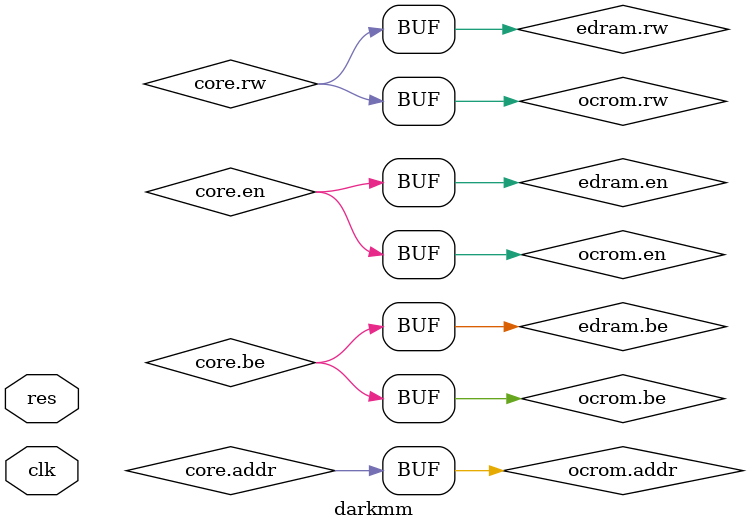
<source format=sv>
/*
 * Copyright (c) 2021, Joan Vinyals Ylla-Catala
 * All rights reserved.
 * 
 * Redistribution and use in source and binary forms, with or without
 * modification, are permitted provided that the following conditions are met:
 * 
 * * Redistributions of source code must retain the above copyright notice, this
 *   list of conditions and the following disclaimer.
 * 
 * * Redistributions in binary form must reproduce the above copyright notice,
 *   this list of conditions and the following disclaimer in the documentation
 *   and/or other materials provided with the distribution.
 * 
 * * Neither the name of the copyright holder nor the names of its
 *   contributors may be used to endorse or promote products derived from
 *   this software without specific prior written permission.
 * 
 * THIS SOFTWARE IS PROVIDED BY THE COPYRIGHT HOLDERS AND CONTRIBUTORS "AS IS"
 * AND ANY EXPRESS OR IMPLIED WARRANTIES, INCLUDING, BUT NOT LIMITED TO, THE
 * IMPLIED WARRANTIES OF MERCHANTABILITY AND FITNESS FOR A PARTICULAR PURPOSE ARE
 * DISCLAIMED. IN NO EVENT SHALL THE COPYRIGHT HOLDER OR CONTRIBUTORS BE LIABLE
 * FOR ANY DIRECT, INDIRECT, INCIDENTAL, SPECIAL, EXEMPLARY, OR CONSEQUENTIAL
 * DAMAGES (INCLUDING, BUT NOT LIMITED TO, PROCUREMENT OF SUBSTITUTE GOODS OR
 * SERVICES; LOSS OF USE, DATA, OR PROFITS; OR BUSINESS INTERRUPTION) HOWEVER
 * CAUSED AND ON ANY THEORY OF LIABILITY, WHETHER IN CONTRACT, STRICT LIABILITY,
 * OR TORT (INCLUDING NEGLIGENCE OR OTHERWISE) ARISING IN ANY WAY OUT OF THE USE
 * OF THIS SOFTWARE, EVEN IF ADVISED OF THE POSSIBILITY OF SUCH DAMAGE. 
 */

module darkmm
(
  input         clk,
  input         res,

  darkbus.cons core
  
  `ifdef _EXTERNAL_RAM_
    ,darkaxi.Master  edram_o
  `endif
  `ifdef _EXTERNAL_flash_
    ,darkaxi.Master  flash_o
  `endif 

);

  darkbus ocrom();
//  darkbus flash();
  darkbus edram();

  assign ocrom.en = core.en;
//  assign flash.en = core.en;
  assign edram.en = core.en;
                
  assign ocrom.rw = core.rw;
//  assign flash.rw = core.rw;
  assign edram.rw = core.rw;
  
  assign ocrom.be = core.be;
//  assign flash.be = core.be;
  assign edram.be = core.be;
  
  assign  ocrom.en = core.en && core.addr >= 32'h0000_0000 && 32'h2000_0000 >  core.addr;
//  assign  flash.en = core.en && core.addr >= 32'h2000_0000 && 32'h4000_0000 >  core.addr;
  assign  edram.en = core.en && core.addr >= 32'h4000_0000 && 32'hFFFF_FFFF >= core.addr;
   
  assign  ocrom.addr = core.addr;
//  assign  flash.addr = core.addr - 32'h2000_0000;
  assign  edram.addr = core.addr - 32'h4000_0000;

  logic [31:0] core_DATA;
  
  assign core.data = core.rw ? 32'bZ : core_DATA;
                                
  assign core_DATA = ocrom.en ? ocrom.data :
//                     flash.en ? flash.data :
                     edram.en ? edram.data :
                                32'b0;
                                  
  assign core.valid = ocrom.en ? ocrom.valid :
//                     flash.en ? flash.valid :
                     edram.en ? edram.valid :
                                0;
     
  assign ocrom.data = ocrom.rw ? core.data : 32'bZ;
//  assign flash.data = flash.rw ? core.data : 32'bZ;
  assign edram.data = edram.rw ? core.data : 32'bZ;
  
  
    darkocrom rom0
    (
      .XCLK(clk),
      .XRES(res),

      .BUS(ocrom)
    );

//    darkflash flash0
//    (
//      .XCLK(clk),
//      .XRES(res),

//      .BUS(flash)
//    );

    darkedram ram0
    (
      .XCLK(clk),
      .XRES(res),
      
      .BUS(edram)
    );

endmodule

</source>
